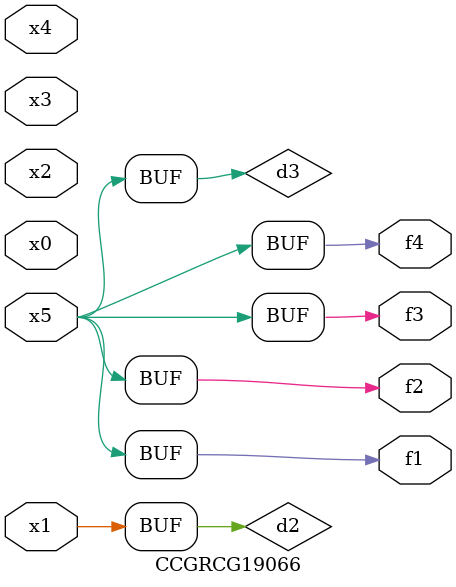
<source format=v>
module CCGRCG19066(
	input x0, x1, x2, x3, x4, x5,
	output f1, f2, f3, f4
);

	wire d1, d2, d3;

	not (d1, x5);
	or (d2, x1);
	xnor (d3, d1);
	assign f1 = d3;
	assign f2 = d3;
	assign f3 = d3;
	assign f4 = d3;
endmodule

</source>
